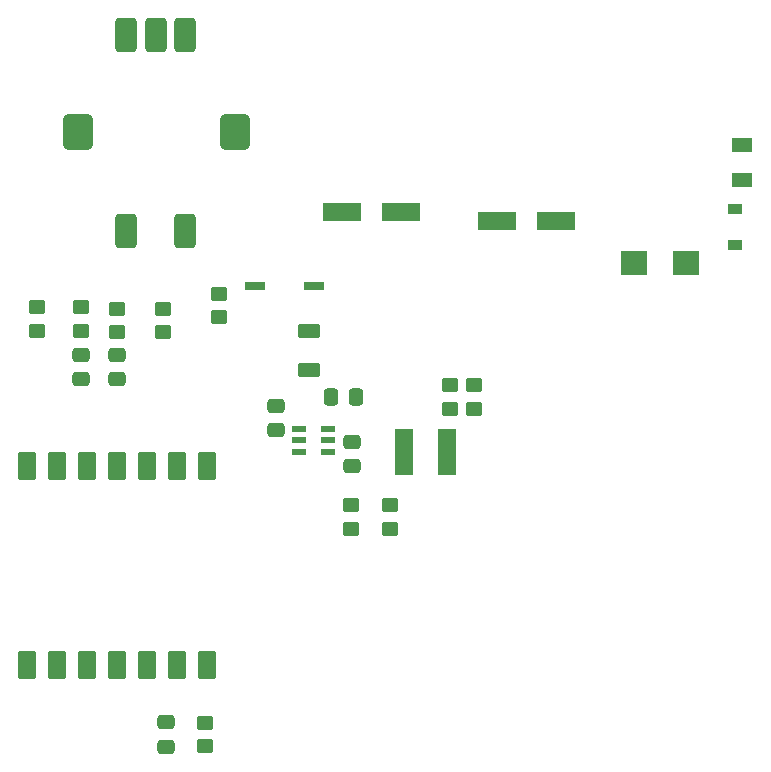
<source format=gbr>
%TF.GenerationSoftware,KiCad,Pcbnew,9.0.6*%
%TF.CreationDate,2026-02-01T14:10:18+01:00*%
%TF.ProjectId,hw,68772e6b-6963-4616-945f-706362585858,rev?*%
%TF.SameCoordinates,Original*%
%TF.FileFunction,Paste,Top*%
%TF.FilePolarity,Positive*%
%FSLAX46Y46*%
G04 Gerber Fmt 4.6, Leading zero omitted, Abs format (unit mm)*
G04 Created by KiCad (PCBNEW 9.0.6) date 2026-02-01 14:10:18*
%MOMM*%
%LPD*%
G01*
G04 APERTURE LIST*
G04 Aperture macros list*
%AMRoundRect*
0 Rectangle with rounded corners*
0 $1 Rounding radius*
0 $2 $3 $4 $5 $6 $7 $8 $9 X,Y pos of 4 corners*
0 Add a 4 corners polygon primitive as box body*
4,1,4,$2,$3,$4,$5,$6,$7,$8,$9,$2,$3,0*
0 Add four circle primitives for the rounded corners*
1,1,$1+$1,$2,$3*
1,1,$1+$1,$4,$5*
1,1,$1+$1,$6,$7*
1,1,$1+$1,$8,$9*
0 Add four rect primitives between the rounded corners*
20,1,$1+$1,$2,$3,$4,$5,0*
20,1,$1+$1,$4,$5,$6,$7,0*
20,1,$1+$1,$6,$7,$8,$9,0*
20,1,$1+$1,$8,$9,$2,$3,0*%
G04 Aperture macros list end*
%ADD10RoundRect,0.152400X-0.609600X1.063600X-0.609600X-1.063600X0.609600X-1.063600X0.609600X1.063600X0*%
%ADD11RoundRect,0.152400X0.609600X-1.063600X0.609600X1.063600X-0.609600X1.063600X-0.609600X-1.063600X0*%
%ADD12RoundRect,0.250000X-0.450000X0.350000X-0.450000X-0.350000X0.450000X-0.350000X0.450000X0.350000X0*%
%ADD13R,3.200000X1.600000*%
%ADD14R,1.200000X0.600000*%
%ADD15RoundRect,0.250000X-0.475000X0.337500X-0.475000X-0.337500X0.475000X-0.337500X0.475000X0.337500X0*%
%ADD16R,1.500000X4.000000*%
%ADD17RoundRect,0.250000X0.700000X-0.362500X0.700000X0.362500X-0.700000X0.362500X-0.700000X-0.362500X0*%
%ADD18R,1.200000X0.850000*%
%ADD19RoundRect,0.250000X0.475000X-0.337500X0.475000X0.337500X-0.475000X0.337500X-0.475000X-0.337500X0*%
%ADD20RoundRect,0.250000X0.450000X-0.350000X0.450000X0.350000X-0.450000X0.350000X-0.450000X-0.350000X0*%
%ADD21R,1.700000X0.750000*%
%ADD22RoundRect,0.270000X-0.630000X-1.180000X0.630000X-1.180000X0.630000X1.180000X-0.630000X1.180000X0*%
%ADD23RoundRect,0.375000X-0.875000X-1.125000X0.875000X-1.125000X0.875000X1.125000X-0.875000X1.125000X0*%
%ADD24R,1.820000X1.160000*%
%ADD25RoundRect,0.250000X-0.337500X-0.475000X0.337500X-0.475000X0.337500X0.475000X-0.337500X0.475000X0*%
%ADD26R,2.200000X2.150000*%
G04 APERTURE END LIST*
D10*
%TO.C,U1*%
X120700000Y-112259000D03*
X123240000Y-112259000D03*
X125780000Y-112259000D03*
X128320000Y-112259000D03*
X130860000Y-112259000D03*
X133400000Y-112259000D03*
X135940000Y-112259000D03*
D11*
X135940000Y-95349000D03*
X133400000Y-95349000D03*
X130860000Y-95349000D03*
X128320000Y-95349000D03*
X125780000Y-95349000D03*
X123240000Y-95349000D03*
X120700000Y-95349000D03*
%TD*%
D12*
%TO.C,R3*%
X128270000Y-82058000D03*
X128270000Y-84058000D03*
%TD*%
%TO.C,Rfbt1*%
X151384000Y-98695000D03*
X151384000Y-100695000D03*
%TD*%
D13*
%TO.C,C5*%
X160441000Y-74676000D03*
X165441000Y-74676000D03*
%TD*%
D14*
%TO.C,PS1*%
X143657000Y-92268000D03*
X143657000Y-93218000D03*
X143657000Y-94168000D03*
X146157000Y-94168000D03*
X146157000Y-93218000D03*
X146157000Y-92268000D03*
%TD*%
D15*
%TO.C,Cinx1*%
X148209000Y-93323500D03*
X148209000Y-95398500D03*
%TD*%
D16*
%TO.C,L1*%
X156222000Y-94234000D03*
X152622000Y-94234000D03*
%TD*%
D12*
%TO.C,R5*%
X121539000Y-81931000D03*
X121539000Y-83931000D03*
%TD*%
D17*
%TO.C,L2*%
X144526000Y-87260500D03*
X144526000Y-83935500D03*
%TD*%
D12*
%TO.C,R4*%
X125222000Y-81931000D03*
X125222000Y-83931000D03*
%TD*%
D18*
%TO.C,D1*%
X180594000Y-76708000D03*
X180594000Y-73658000D03*
%TD*%
D15*
%TO.C,C2*%
X125222000Y-85957500D03*
X125222000Y-88032500D03*
%TD*%
D13*
%TO.C,C4*%
X152360000Y-73914000D03*
X147360000Y-73914000D03*
%TD*%
D12*
%TO.C,Rfbb1*%
X148082000Y-98695000D03*
X148082000Y-100695000D03*
%TD*%
D19*
%TO.C,C3*%
X132461000Y-119147500D03*
X132461000Y-117072500D03*
%TD*%
D20*
%TO.C,R2*%
X132207000Y-84058000D03*
X132207000Y-82058000D03*
%TD*%
D15*
%TO.C,C1*%
X128270000Y-85957500D03*
X128270000Y-88032500D03*
%TD*%
D21*
%TO.C,LED1*%
X144994000Y-80137000D03*
X139994000Y-80137000D03*
%TD*%
D22*
%TO.C,ROT1*%
X134072000Y-58928000D03*
X129072000Y-58928000D03*
X131572000Y-58928000D03*
X129072000Y-75528000D03*
X134072000Y-75528000D03*
D23*
X124972000Y-67133400D03*
X138272000Y-67133400D03*
%TD*%
D20*
%TO.C,COut1*%
X158496000Y-90535000D03*
X158496000Y-88535000D03*
%TD*%
D12*
%TO.C,R6*%
X135763000Y-117110000D03*
X135763000Y-119110000D03*
%TD*%
D24*
%TO.C,F1*%
X181229000Y-71198000D03*
X181229000Y-68248000D03*
%TD*%
D20*
%TO.C,COut2*%
X156464000Y-90535000D03*
X156464000Y-88535000D03*
%TD*%
D25*
%TO.C,Cin1*%
X146409500Y-89535000D03*
X148484500Y-89535000D03*
%TD*%
D20*
%TO.C,R1*%
X136906000Y-82788000D03*
X136906000Y-80788000D03*
%TD*%
D19*
%TO.C,CBoot1*%
X141732000Y-92350500D03*
X141732000Y-90275500D03*
%TD*%
D26*
%TO.C,D2*%
X176444000Y-78232000D03*
X172044000Y-78232000D03*
%TD*%
M02*

</source>
